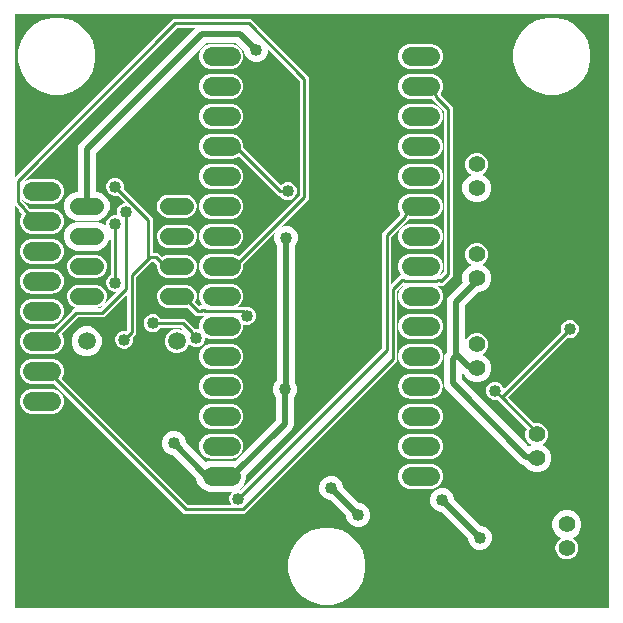
<source format=gbr>
G04 EAGLE Gerber RS-274X export*
G75*
%MOMM*%
%FSLAX34Y34*%
%LPD*%
%INBottom Copper*%
%IPPOS*%
%AMOC8*
5,1,8,0,0,1.08239X$1,22.5*%
G01*
%ADD10C,1.625600*%
%ADD11C,1.422400*%
%ADD12C,1.422400*%
%ADD13C,1.509600*%
%ADD14C,1.016000*%
%ADD15C,0.508000*%
%ADD16C,0.254000*%

G36*
X505419Y2615D02*
X505419Y2615D01*
X505417Y2618D01*
X505419Y2620D01*
X505419Y505380D01*
X505385Y505419D01*
X505382Y505417D01*
X505380Y505419D01*
X2620Y505419D01*
X2581Y505385D01*
X2583Y505382D01*
X2581Y505380D01*
X2581Y367475D01*
X2590Y367464D01*
X2589Y367451D01*
X2603Y367450D01*
X2615Y367436D01*
X2629Y367448D01*
X2648Y367447D01*
X3513Y368312D01*
X136852Y501651D01*
X202238Y501651D01*
X251461Y452428D01*
X251461Y348942D01*
X249217Y346698D01*
X228004Y325484D01*
X228002Y325464D01*
X227994Y325446D01*
X228001Y325443D01*
X228000Y325433D01*
X228025Y325431D01*
X228046Y325420D01*
X230389Y326391D01*
X234431Y326391D01*
X238166Y324844D01*
X241024Y321986D01*
X242571Y318251D01*
X242571Y314209D01*
X241024Y310474D01*
X240042Y309493D01*
X240041Y309474D01*
X240031Y309465D01*
X240031Y193055D01*
X240037Y193047D01*
X240034Y193040D01*
X241301Y189981D01*
X241301Y185939D01*
X239754Y182204D01*
X238772Y181223D01*
X238771Y181204D01*
X238761Y181195D01*
X238761Y157234D01*
X237601Y154433D01*
X198640Y115473D01*
X198639Y115454D01*
X198629Y115445D01*
X198629Y111673D01*
X196618Y106818D01*
X192902Y103102D01*
X192526Y102946D01*
X192517Y102928D01*
X192502Y102915D01*
X192507Y102909D01*
X192503Y102900D01*
X192525Y102889D01*
X192541Y102871D01*
X193286Y102871D01*
X193768Y102671D01*
X193777Y102674D01*
X193782Y102668D01*
X193783Y102668D01*
X193797Y102681D01*
X193810Y102680D01*
X313678Y222547D01*
X313679Y222563D01*
X313689Y222572D01*
X313688Y222573D01*
X313689Y222575D01*
X313689Y320348D01*
X328918Y335577D01*
X328919Y335596D01*
X328929Y335605D01*
X328929Y336687D01*
X328917Y336701D01*
X328918Y336714D01*
X328775Y336857D01*
X327151Y340778D01*
X327151Y345022D01*
X328775Y348943D01*
X331777Y351945D01*
X335698Y353569D01*
X356198Y353569D01*
X360119Y351945D01*
X363121Y348943D01*
X364745Y345022D01*
X364745Y340778D01*
X363121Y336857D01*
X360119Y333855D01*
X356198Y332231D01*
X336367Y332231D01*
X336353Y332219D01*
X336339Y332220D01*
X321322Y317203D01*
X321321Y317184D01*
X321311Y317175D01*
X321311Y277265D01*
X321320Y277254D01*
X321319Y277241D01*
X321333Y277240D01*
X321345Y277226D01*
X321359Y277238D01*
X321378Y277237D01*
X326378Y282237D01*
X328622Y284481D01*
X330257Y284481D01*
X330267Y284490D01*
X330281Y284489D01*
X330282Y284503D01*
X330296Y284515D01*
X330283Y284529D01*
X330284Y284548D01*
X328775Y286057D01*
X327151Y289978D01*
X327151Y294222D01*
X328775Y298143D01*
X331777Y301145D01*
X335698Y302769D01*
X356198Y302769D01*
X360119Y301145D01*
X363121Y298143D01*
X364745Y294222D01*
X364745Y289978D01*
X363121Y286057D01*
X361612Y284548D01*
X361611Y284534D01*
X361600Y284525D01*
X361609Y284515D01*
X361608Y284496D01*
X361627Y284495D01*
X361639Y284481D01*
X362895Y284481D01*
X362909Y284493D01*
X362923Y284492D01*
X365748Y287317D01*
X365749Y287330D01*
X365754Y287335D01*
X365751Y287338D01*
X365759Y287345D01*
X365759Y423855D01*
X365747Y423869D01*
X365748Y423883D01*
X355811Y433820D01*
X355792Y433821D01*
X355783Y433831D01*
X335698Y433831D01*
X331777Y435455D01*
X328775Y438457D01*
X327151Y442378D01*
X327151Y446622D01*
X328775Y450543D01*
X331777Y453545D01*
X335698Y455169D01*
X356198Y455169D01*
X360119Y453545D01*
X363121Y450543D01*
X364745Y446622D01*
X364745Y442378D01*
X363160Y438553D01*
X363166Y438536D01*
X363165Y438535D01*
X363167Y438533D01*
X363170Y438525D01*
X363169Y438510D01*
X363221Y438458D01*
X363221Y437205D01*
X363233Y437191D01*
X363232Y437177D01*
X373381Y427028D01*
X373381Y284172D01*
X364798Y275589D01*
X361642Y275589D01*
X361343Y275888D01*
X361291Y275891D01*
X361291Y275888D01*
X361287Y275888D01*
X360988Y275589D01*
X360369Y275589D01*
X360359Y275580D01*
X360345Y275581D01*
X360344Y275567D01*
X360330Y275555D01*
X360343Y275541D01*
X360342Y275522D01*
X363121Y272743D01*
X364745Y268822D01*
X364745Y264578D01*
X363121Y260657D01*
X360119Y257655D01*
X356198Y256031D01*
X335698Y256031D01*
X331777Y257655D01*
X328775Y260657D01*
X327151Y264578D01*
X327151Y268822D01*
X328775Y272743D01*
X331554Y275522D01*
X331555Y275536D01*
X331566Y275545D01*
X331557Y275555D01*
X331558Y275574D01*
X331539Y275575D01*
X331527Y275589D01*
X331162Y275589D01*
X330863Y275888D01*
X330811Y275891D01*
X330811Y275888D01*
X330807Y275888D01*
X326402Y271483D01*
X326401Y271464D01*
X326391Y271455D01*
X326391Y211782D01*
X197158Y82549D01*
X145742Y82549D01*
X35746Y192545D01*
X35728Y192546D01*
X35724Y192551D01*
X35708Y192551D01*
X35703Y192553D01*
X35650Y192531D01*
X15150Y192531D01*
X11229Y194155D01*
X8227Y197157D01*
X6603Y201078D01*
X6603Y205322D01*
X8227Y209243D01*
X11229Y212245D01*
X15150Y213869D01*
X35650Y213869D01*
X39571Y212245D01*
X42573Y209243D01*
X44197Y205322D01*
X44197Y201078D01*
X42573Y197157D01*
X42270Y196854D01*
X42269Y196841D01*
X42261Y196834D01*
X42268Y196826D01*
X42267Y196803D01*
X42270Y196802D01*
X42270Y196799D01*
X148887Y90182D01*
X148906Y90181D01*
X148915Y90171D01*
X185977Y90171D01*
X185988Y90180D01*
X186001Y90179D01*
X186002Y90193D01*
X186016Y90205D01*
X186004Y90219D01*
X186005Y90238D01*
X185309Y90933D01*
X184149Y93734D01*
X184149Y96766D01*
X185309Y99567D01*
X186767Y101024D01*
X186768Y101038D01*
X186778Y101047D01*
X186769Y101057D01*
X186770Y101076D01*
X186752Y101077D01*
X186739Y101091D01*
X166537Y101091D01*
X161682Y103102D01*
X157966Y106818D01*
X155955Y111673D01*
X155955Y112651D01*
X155943Y112665D01*
X155944Y112679D01*
X136555Y132068D01*
X136536Y132069D01*
X136527Y132079D01*
X135139Y132079D01*
X131404Y133626D01*
X128546Y136484D01*
X126999Y140219D01*
X126999Y144261D01*
X128546Y147996D01*
X131404Y150854D01*
X135139Y152401D01*
X139181Y152401D01*
X142916Y150854D01*
X145774Y147996D01*
X147321Y144261D01*
X147321Y142873D01*
X147333Y142859D01*
X147332Y142845D01*
X163783Y126394D01*
X163812Y126393D01*
X163826Y126386D01*
X166537Y127509D01*
X188047Y127509D01*
X188783Y127204D01*
X188810Y127214D01*
X188825Y127213D01*
X223508Y161895D01*
X223509Y161914D01*
X223519Y161923D01*
X223519Y181195D01*
X223507Y181209D01*
X223508Y181223D01*
X222526Y182204D01*
X220979Y185939D01*
X220979Y189981D01*
X222526Y193716D01*
X224778Y195967D01*
X224779Y195986D01*
X224789Y195995D01*
X224789Y309465D01*
X224777Y309479D01*
X224778Y309493D01*
X223796Y310474D01*
X222249Y314209D01*
X222249Y318251D01*
X223220Y320594D01*
X223213Y320613D01*
X223214Y320633D01*
X223206Y320633D01*
X223203Y320643D01*
X223180Y320635D01*
X223156Y320636D01*
X196100Y293581D01*
X196099Y293562D01*
X196089Y293553D01*
X196089Y289978D01*
X194465Y286057D01*
X191463Y283055D01*
X187542Y281431D01*
X167042Y281431D01*
X163121Y283055D01*
X160119Y286057D01*
X158495Y289978D01*
X158495Y294222D01*
X160119Y298143D01*
X163121Y301145D01*
X167042Y302769D01*
X187542Y302769D01*
X191463Y301145D01*
X192147Y300461D01*
X192198Y300458D01*
X192199Y300461D01*
X192202Y300461D01*
X243828Y352087D01*
X243829Y352106D01*
X243839Y352115D01*
X243839Y449255D01*
X243827Y449269D01*
X243828Y449283D01*
X217238Y475873D01*
X217224Y475874D01*
X217215Y475884D01*
X217205Y475875D01*
X217186Y475876D01*
X217185Y475858D01*
X217171Y475845D01*
X217171Y472959D01*
X215624Y469224D01*
X212766Y466366D01*
X209031Y464819D01*
X204989Y464819D01*
X201254Y466366D01*
X198396Y469224D01*
X196849Y472959D01*
X196849Y474347D01*
X196837Y474361D01*
X196838Y474375D01*
X189895Y481318D01*
X189876Y481319D01*
X189867Y481329D01*
X164463Y481329D01*
X164449Y481317D01*
X164435Y481318D01*
X71132Y388015D01*
X71131Y387996D01*
X71121Y387987D01*
X71121Y355132D01*
X71155Y355093D01*
X71158Y355095D01*
X71160Y355093D01*
X73037Y355093D01*
X77519Y353236D01*
X80948Y349807D01*
X82805Y345325D01*
X82805Y340475D01*
X80948Y335993D01*
X77519Y332564D01*
X73037Y330707D01*
X53963Y330707D01*
X49481Y332564D01*
X46052Y335993D01*
X44195Y340475D01*
X44195Y345325D01*
X46052Y349807D01*
X49481Y353236D01*
X53963Y355093D01*
X55840Y355093D01*
X55879Y355127D01*
X55877Y355130D01*
X55879Y355132D01*
X55879Y392676D01*
X57039Y395477D01*
X154824Y493261D01*
X155525Y493962D01*
X155526Y493976D01*
X155536Y493985D01*
X155527Y493995D01*
X155528Y494014D01*
X155510Y494015D01*
X155497Y494029D01*
X140025Y494029D01*
X140011Y494017D01*
X139997Y494018D01*
X8902Y362923D01*
X8901Y362909D01*
X8892Y362901D01*
X8894Y362898D01*
X8891Y362895D01*
X8891Y362401D01*
X8900Y362391D01*
X8899Y362377D01*
X8913Y362376D01*
X8925Y362362D01*
X8939Y362375D01*
X8958Y362374D01*
X11229Y364645D01*
X15150Y366269D01*
X35650Y366269D01*
X39571Y364645D01*
X42573Y361643D01*
X44197Y357722D01*
X44197Y353478D01*
X42573Y349557D01*
X39571Y346555D01*
X35650Y344931D01*
X15150Y344931D01*
X11229Y346555D01*
X8958Y348826D01*
X8944Y348827D01*
X8935Y348838D01*
X8925Y348829D01*
X8906Y348830D01*
X8905Y348811D01*
X8891Y348799D01*
X8891Y348305D01*
X8903Y348291D01*
X8902Y348277D01*
X13971Y343208D01*
X13971Y341955D01*
X13983Y341941D01*
X13982Y341927D01*
X15054Y340855D01*
X15083Y340853D01*
X15097Y340847D01*
X15150Y340869D01*
X35650Y340869D01*
X39571Y339245D01*
X42573Y336243D01*
X44197Y332322D01*
X44197Y328078D01*
X42573Y324157D01*
X39571Y321155D01*
X35650Y319531D01*
X15150Y319531D01*
X11229Y321155D01*
X8227Y324157D01*
X6603Y328078D01*
X6603Y332322D01*
X8227Y336243D01*
X8530Y336546D01*
X8533Y336597D01*
X8530Y336598D01*
X8530Y336601D01*
X6349Y338782D01*
X6349Y340035D01*
X6337Y340049D01*
X6338Y340063D01*
X2648Y343753D01*
X2634Y343754D01*
X2625Y343764D01*
X2615Y343755D01*
X2596Y343756D01*
X2595Y343738D01*
X2581Y343725D01*
X2581Y2620D01*
X2615Y2581D01*
X2618Y2583D01*
X2620Y2581D01*
X505380Y2581D01*
X505419Y2615D01*
G37*
%LPC*%
G36*
X442075Y117507D02*
X442075Y117507D01*
X437593Y119364D01*
X434164Y122793D01*
X434095Y122959D01*
X434078Y122967D01*
X434074Y122980D01*
X433833Y123079D01*
X433467Y123446D01*
X433457Y123447D01*
X433454Y123454D01*
X431293Y124349D01*
X366919Y188723D01*
X365759Y191524D01*
X365759Y214876D01*
X366919Y217677D01*
X368288Y219045D01*
X368289Y219064D01*
X368299Y219073D01*
X368299Y263136D01*
X369459Y265937D01*
X381984Y278461D01*
X381986Y278490D01*
X381992Y278504D01*
X381507Y279675D01*
X381507Y284525D01*
X383364Y289007D01*
X386793Y292436D01*
X389212Y293438D01*
X389218Y293451D01*
X389231Y293455D01*
X389227Y293468D01*
X389235Y293485D01*
X389218Y293493D01*
X389212Y293511D01*
X388232Y293917D01*
X385517Y296632D01*
X384047Y300180D01*
X384047Y304020D01*
X385517Y307568D01*
X388232Y310283D01*
X391780Y311753D01*
X395620Y311753D01*
X399168Y310283D01*
X401883Y307568D01*
X403353Y304020D01*
X403353Y300180D01*
X401883Y296632D01*
X399168Y293917D01*
X398188Y293511D01*
X398182Y293499D01*
X398169Y293494D01*
X398173Y293481D01*
X398165Y293464D01*
X398182Y293456D01*
X398188Y293438D01*
X400607Y292436D01*
X404036Y289007D01*
X405893Y284525D01*
X405893Y279675D01*
X404036Y275193D01*
X400607Y271764D01*
X396125Y269907D01*
X395001Y269907D01*
X394987Y269895D01*
X394973Y269896D01*
X383552Y258475D01*
X383551Y258462D01*
X383545Y258456D01*
X383548Y258453D01*
X383541Y258447D01*
X383541Y221613D01*
X383553Y221599D01*
X383552Y221585D01*
X388265Y216872D01*
X388294Y216870D01*
X388308Y216864D01*
X389212Y217238D01*
X389218Y217251D01*
X389231Y217255D01*
X389227Y217268D01*
X389235Y217285D01*
X389218Y217293D01*
X389212Y217311D01*
X388232Y217717D01*
X385517Y220432D01*
X384047Y223980D01*
X384047Y227820D01*
X385517Y231368D01*
X388232Y234083D01*
X391780Y235553D01*
X395620Y235553D01*
X399168Y234083D01*
X401883Y231368D01*
X403353Y227820D01*
X403353Y223980D01*
X401883Y220432D01*
X399168Y217717D01*
X398188Y217311D01*
X398182Y217299D01*
X398169Y217294D01*
X398173Y217281D01*
X398165Y217264D01*
X398182Y217256D01*
X398188Y217238D01*
X400607Y216236D01*
X404036Y212807D01*
X405893Y208325D01*
X405893Y203475D01*
X404036Y198993D01*
X400607Y195564D01*
X396125Y193707D01*
X391275Y193707D01*
X386793Y195564D01*
X383364Y198993D01*
X382500Y201079D01*
X382491Y201083D01*
X382491Y201091D01*
X381068Y202515D01*
X381054Y202516D01*
X381045Y202526D01*
X381035Y202517D01*
X381016Y202518D01*
X381015Y202500D01*
X381001Y202487D01*
X381001Y196213D01*
X381013Y196199D01*
X381012Y196185D01*
X437349Y139848D01*
X437368Y139847D01*
X437376Y139838D01*
X437379Y139838D01*
X437387Y139846D01*
X437401Y139845D01*
X437401Y139848D01*
X437405Y139848D01*
X437593Y140036D01*
X440012Y141038D01*
X440018Y141051D01*
X440031Y141055D01*
X440027Y141068D01*
X440035Y141085D01*
X440018Y141093D01*
X440012Y141111D01*
X439032Y141517D01*
X436317Y144232D01*
X434847Y147780D01*
X434847Y151620D01*
X435942Y154264D01*
X435939Y154274D01*
X435942Y154277D01*
X435935Y154285D01*
X435933Y154292D01*
X435934Y154307D01*
X413088Y177153D01*
X410980Y179260D01*
X410951Y179262D01*
X410938Y179269D01*
X410456Y179069D01*
X407424Y179069D01*
X404623Y180229D01*
X402479Y182373D01*
X401319Y185174D01*
X401319Y188206D01*
X402479Y191007D01*
X404623Y193151D01*
X407424Y194311D01*
X410456Y194311D01*
X413257Y193151D01*
X415401Y191007D01*
X416519Y188305D01*
X416525Y188303D01*
X416525Y188296D01*
X416540Y188295D01*
X416566Y188283D01*
X416571Y188293D01*
X416583Y188293D01*
X465010Y236720D01*
X465011Y236733D01*
X465020Y236741D01*
X465013Y236750D01*
X465019Y236762D01*
X464819Y237244D01*
X464819Y240276D01*
X465979Y243077D01*
X468123Y245221D01*
X470924Y246381D01*
X473956Y246381D01*
X476757Y245221D01*
X478901Y243077D01*
X480061Y240276D01*
X480061Y237244D01*
X478901Y234443D01*
X476757Y232299D01*
X473956Y231139D01*
X470924Y231139D01*
X470442Y231339D01*
X470416Y231330D01*
X470415Y231330D01*
X470415Y231329D01*
X470400Y231330D01*
X420072Y181003D01*
X420071Y180983D01*
X420064Y180977D01*
X420070Y180970D01*
X420069Y180951D01*
X420072Y180951D01*
X420072Y180947D01*
X441915Y159104D01*
X441945Y159102D01*
X441958Y159095D01*
X442580Y159353D01*
X446420Y159353D01*
X449968Y157883D01*
X452683Y155168D01*
X454153Y151620D01*
X454153Y147780D01*
X452683Y144232D01*
X449968Y141517D01*
X448988Y141111D01*
X448982Y141099D01*
X448969Y141094D01*
X448973Y141081D01*
X448965Y141064D01*
X448982Y141056D01*
X448988Y141038D01*
X451407Y140036D01*
X454836Y136607D01*
X456693Y132125D01*
X456693Y127275D01*
X454836Y122793D01*
X451407Y119364D01*
X446925Y117507D01*
X442075Y117507D01*
G37*
%LPD*%
%LPC*%
G36*
X15150Y217931D02*
X15150Y217931D01*
X11229Y219555D01*
X8227Y222557D01*
X6603Y226478D01*
X6603Y230722D01*
X8227Y234643D01*
X11229Y237645D01*
X15150Y239269D01*
X35650Y239269D01*
X35703Y239247D01*
X35731Y239256D01*
X35746Y239255D01*
X50788Y254297D01*
X53032Y256541D01*
X74605Y256541D01*
X74619Y256553D01*
X74633Y256552D01*
X88523Y270442D01*
X88524Y270455D01*
X88526Y270457D01*
X88526Y270458D01*
X88534Y270465D01*
X88525Y270475D01*
X88526Y270494D01*
X88508Y270495D01*
X88495Y270509D01*
X86114Y270509D01*
X83313Y271669D01*
X81169Y273813D01*
X80009Y276614D01*
X80009Y279646D01*
X81169Y282447D01*
X83313Y284591D01*
X83795Y284790D01*
X83805Y284810D01*
X83819Y284823D01*
X83817Y284825D01*
X83819Y284826D01*
X83819Y320964D01*
X83800Y320985D01*
X83795Y321000D01*
X83313Y321199D01*
X81684Y322829D01*
X81664Y322830D01*
X81646Y322839D01*
X81642Y322832D01*
X81632Y322832D01*
X81630Y322808D01*
X81620Y322786D01*
X82805Y319925D01*
X82805Y315075D01*
X80948Y310593D01*
X77519Y307164D01*
X73037Y305307D01*
X53963Y305307D01*
X49481Y307164D01*
X46052Y310593D01*
X44195Y315075D01*
X44195Y319925D01*
X46052Y324407D01*
X49481Y327836D01*
X53963Y329693D01*
X73037Y329693D01*
X77519Y327836D01*
X80434Y324921D01*
X80454Y324920D01*
X80472Y324911D01*
X80476Y324918D01*
X80486Y324918D01*
X80488Y324942D01*
X80498Y324964D01*
X80009Y326144D01*
X80009Y329176D01*
X81169Y331977D01*
X83313Y334121D01*
X86114Y335281D01*
X89146Y335281D01*
X89272Y335228D01*
X89285Y335233D01*
X89298Y335227D01*
X89304Y335239D01*
X89321Y335245D01*
X89315Y335263D01*
X89324Y335280D01*
X88899Y336304D01*
X88899Y339336D01*
X90059Y342137D01*
X92203Y344281D01*
X95004Y345441D01*
X96115Y345441D01*
X96126Y345450D01*
X96139Y345449D01*
X96140Y345463D01*
X96154Y345475D01*
X96142Y345489D01*
X96143Y345508D01*
X89670Y351980D01*
X89653Y351981D01*
X89650Y351984D01*
X89637Y351984D01*
X89628Y351989D01*
X89146Y351789D01*
X86114Y351789D01*
X83313Y352949D01*
X81169Y355093D01*
X80009Y357894D01*
X80009Y360926D01*
X81169Y363727D01*
X83313Y365871D01*
X86114Y367031D01*
X89146Y367031D01*
X91947Y365871D01*
X94091Y363727D01*
X95251Y360926D01*
X95251Y357894D01*
X95051Y357412D01*
X95053Y357408D01*
X95050Y357406D01*
X95056Y357399D01*
X95061Y357385D01*
X95060Y357370D01*
X117137Y335292D01*
X119381Y333048D01*
X119381Y303570D01*
X119415Y303531D01*
X119418Y303533D01*
X119420Y303531D01*
X123498Y303531D01*
X125742Y301287D01*
X126905Y300124D01*
X126957Y300121D01*
X126957Y300124D01*
X126961Y300124D01*
X127120Y300283D01*
X130668Y301753D01*
X148732Y301753D01*
X152280Y300283D01*
X154995Y297568D01*
X156465Y294020D01*
X156465Y290180D01*
X154995Y286632D01*
X152280Y283917D01*
X148732Y282447D01*
X130668Y282447D01*
X127120Y283917D01*
X124405Y286632D01*
X122935Y290180D01*
X122935Y293299D01*
X122923Y293313D01*
X122924Y293327D01*
X120353Y295898D01*
X120334Y295899D01*
X120325Y295909D01*
X118435Y295909D01*
X118421Y295897D01*
X118407Y295898D01*
X117772Y295263D01*
X105422Y282913D01*
X105421Y282894D01*
X105411Y282885D01*
X105411Y234642D01*
X102680Y231910D01*
X102678Y231892D01*
X102670Y231884D01*
X102676Y231877D01*
X102671Y231868D01*
X102871Y231386D01*
X102871Y228354D01*
X101711Y225553D01*
X99567Y223409D01*
X96766Y222249D01*
X93734Y222249D01*
X90933Y223409D01*
X88789Y225553D01*
X87629Y228354D01*
X87629Y231386D01*
X88789Y234187D01*
X90933Y236331D01*
X93734Y237491D01*
X96766Y237491D01*
X97248Y237291D01*
X97261Y237296D01*
X97270Y237296D01*
X97276Y237301D01*
X97290Y237300D01*
X97778Y237787D01*
X97779Y237800D01*
X97780Y237801D01*
X97779Y237803D01*
X97779Y237806D01*
X97789Y237815D01*
X97789Y268835D01*
X97780Y268846D01*
X97781Y268859D01*
X97767Y268860D01*
X97755Y268874D01*
X97741Y268862D01*
X97722Y268863D01*
X77778Y248919D01*
X56205Y248919D01*
X56191Y248907D01*
X56177Y248908D01*
X42270Y235001D01*
X42269Y234988D01*
X42266Y234985D01*
X42269Y234981D01*
X42267Y234949D01*
X42270Y234949D01*
X42270Y234946D01*
X42573Y234643D01*
X44197Y230722D01*
X44197Y226478D01*
X42573Y222557D01*
X39571Y219555D01*
X35650Y217931D01*
X15150Y217931D01*
G37*
%LPD*%
%LPC*%
G36*
X33816Y437359D02*
X33816Y437359D01*
X25540Y439577D01*
X18119Y443861D01*
X12061Y449919D01*
X7777Y457340D01*
X5559Y465616D01*
X5559Y474184D01*
X7777Y482460D01*
X12061Y489881D01*
X18119Y495939D01*
X25540Y500223D01*
X33816Y502441D01*
X42384Y502441D01*
X50660Y500223D01*
X58081Y495939D01*
X64139Y489881D01*
X68423Y482460D01*
X70641Y474184D01*
X70641Y465616D01*
X68423Y457340D01*
X64139Y449919D01*
X58081Y443861D01*
X50660Y439577D01*
X42384Y437359D01*
X33816Y437359D01*
G37*
%LPD*%
%LPC*%
G36*
X452916Y437359D02*
X452916Y437359D01*
X444640Y439577D01*
X437219Y443861D01*
X431161Y449919D01*
X426877Y457340D01*
X424659Y465616D01*
X424659Y474184D01*
X426877Y482460D01*
X431161Y489881D01*
X437219Y495939D01*
X444640Y500223D01*
X452916Y502441D01*
X461484Y502441D01*
X469760Y500223D01*
X477181Y495939D01*
X483239Y489881D01*
X487523Y482460D01*
X489741Y474184D01*
X489741Y465616D01*
X487523Y457340D01*
X483239Y449919D01*
X477181Y443861D01*
X469760Y439577D01*
X461484Y437359D01*
X452916Y437359D01*
G37*
%LPD*%
%LPC*%
G36*
X262416Y5559D02*
X262416Y5559D01*
X254140Y7777D01*
X246719Y12061D01*
X240661Y18119D01*
X236377Y25540D01*
X234159Y33816D01*
X234159Y42384D01*
X236377Y50660D01*
X240661Y58081D01*
X246719Y64139D01*
X254140Y68423D01*
X262416Y70641D01*
X270984Y70641D01*
X279260Y68423D01*
X286681Y64139D01*
X292739Y58081D01*
X297023Y50660D01*
X299241Y42384D01*
X299241Y33816D01*
X297023Y25540D01*
X292739Y18119D01*
X286681Y12061D01*
X279260Y7777D01*
X270984Y5559D01*
X262416Y5559D01*
G37*
%LPD*%
%LPC*%
G36*
X137693Y218511D02*
X137693Y218511D01*
X133985Y220047D01*
X131147Y222885D01*
X129611Y226593D01*
X129611Y230607D01*
X131147Y234315D01*
X133985Y237153D01*
X137693Y238689D01*
X141707Y238689D01*
X145415Y237153D01*
X148253Y234315D01*
X148514Y233685D01*
X148532Y233676D01*
X148545Y233661D01*
X148551Y233666D01*
X148560Y233662D01*
X148571Y233684D01*
X148589Y233700D01*
X148589Y234625D01*
X148577Y234639D01*
X148578Y234653D01*
X143213Y240018D01*
X143194Y240019D01*
X143185Y240029D01*
X126076Y240029D01*
X126055Y240010D01*
X126040Y240005D01*
X125841Y239523D01*
X123697Y237379D01*
X120896Y236219D01*
X117864Y236219D01*
X115063Y237379D01*
X112919Y239523D01*
X111759Y242324D01*
X111759Y245356D01*
X112919Y248157D01*
X115063Y250301D01*
X117864Y251461D01*
X120896Y251461D01*
X123697Y250301D01*
X125841Y248157D01*
X126040Y247675D01*
X126066Y247662D01*
X126076Y247651D01*
X146358Y247651D01*
X155237Y238772D01*
X155256Y238771D01*
X155265Y238761D01*
X157726Y238761D01*
X158776Y238326D01*
X158789Y238330D01*
X158801Y238324D01*
X158807Y238337D01*
X158825Y238343D01*
X158819Y238360D01*
X158827Y238377D01*
X158495Y239178D01*
X158495Y243422D01*
X160119Y247343D01*
X162898Y250122D01*
X162899Y250136D01*
X162910Y250145D01*
X162901Y250155D01*
X162902Y250174D01*
X162883Y250175D01*
X162871Y250189D01*
X162252Y250189D01*
X161953Y250488D01*
X161901Y250491D01*
X161901Y250488D01*
X161897Y250488D01*
X161598Y250189D01*
X155902Y250189D01*
X148971Y257120D01*
X148942Y257122D01*
X148928Y257128D01*
X148732Y257047D01*
X130668Y257047D01*
X127120Y258517D01*
X124405Y261232D01*
X122935Y264780D01*
X122935Y268620D01*
X124405Y272168D01*
X127120Y274883D01*
X130668Y276353D01*
X148732Y276353D01*
X152280Y274883D01*
X154995Y272168D01*
X156465Y268620D01*
X156465Y264780D01*
X155193Y261710D01*
X155203Y261683D01*
X155202Y261667D01*
X158722Y258147D01*
X158741Y258146D01*
X158748Y258137D01*
X158752Y258137D01*
X158760Y258145D01*
X158774Y258144D01*
X158774Y258147D01*
X158778Y258147D01*
X159712Y259081D01*
X161601Y259081D01*
X161611Y259090D01*
X161625Y259089D01*
X161626Y259103D01*
X161640Y259115D01*
X161627Y259129D01*
X161628Y259148D01*
X160119Y260657D01*
X158495Y264578D01*
X158495Y268822D01*
X160119Y272743D01*
X163121Y275745D01*
X167042Y277369D01*
X187542Y277369D01*
X191463Y275745D01*
X194465Y272743D01*
X196089Y268822D01*
X196089Y264578D01*
X194465Y260657D01*
X191686Y257878D01*
X191685Y257864D01*
X191674Y257855D01*
X191683Y257845D01*
X191682Y257826D01*
X191701Y257825D01*
X191713Y257811D01*
X197158Y257811D01*
X197350Y257620D01*
X197379Y257618D01*
X197392Y257611D01*
X197874Y257811D01*
X200906Y257811D01*
X203707Y256651D01*
X205851Y254507D01*
X207011Y251706D01*
X207011Y248674D01*
X205851Y245873D01*
X203707Y243729D01*
X200906Y242569D01*
X197874Y242569D01*
X196143Y243286D01*
X196137Y243284D01*
X196133Y243289D01*
X196121Y243279D01*
X196094Y243270D01*
X196098Y243258D01*
X196089Y243250D01*
X196089Y239178D01*
X194465Y235257D01*
X191463Y232255D01*
X187542Y230631D01*
X167042Y230631D01*
X163885Y231939D01*
X163879Y231937D01*
X163875Y231942D01*
X163863Y231932D01*
X163836Y231922D01*
X163840Y231911D01*
X163831Y231903D01*
X163831Y229624D01*
X162671Y226823D01*
X160527Y224679D01*
X157726Y223519D01*
X154694Y223519D01*
X151893Y224679D01*
X149856Y226717D01*
X149842Y226718D01*
X149833Y226728D01*
X149823Y226719D01*
X149804Y226720D01*
X149803Y226702D01*
X149789Y226689D01*
X149789Y226593D01*
X148253Y222885D01*
X145415Y220047D01*
X141707Y218511D01*
X137693Y218511D01*
G37*
%LPD*%
%LPC*%
G36*
X232164Y347979D02*
X232164Y347979D01*
X229363Y349139D01*
X227219Y351283D01*
X227020Y351765D01*
X226994Y351778D01*
X226984Y351789D01*
X225752Y351789D01*
X223508Y354033D01*
X192202Y385339D01*
X192184Y385340D01*
X192178Y385347D01*
X192171Y385347D01*
X192164Y385341D01*
X192150Y385342D01*
X192150Y385339D01*
X192147Y385339D01*
X191463Y384655D01*
X187542Y383031D01*
X167042Y383031D01*
X163121Y384655D01*
X160119Y387657D01*
X158495Y391578D01*
X158495Y395822D01*
X160119Y399743D01*
X163121Y402745D01*
X167042Y404369D01*
X187542Y404369D01*
X191463Y402745D01*
X194465Y399743D01*
X196089Y395822D01*
X196089Y392247D01*
X196101Y392233D01*
X196100Y392219D01*
X227783Y360536D01*
X227835Y360533D01*
X227835Y360536D01*
X227839Y360536D01*
X229363Y362061D01*
X232164Y363221D01*
X235196Y363221D01*
X237997Y362061D01*
X240141Y359917D01*
X241301Y357116D01*
X241301Y354084D01*
X240141Y351283D01*
X237997Y349139D01*
X235196Y347979D01*
X232164Y347979D01*
G37*
%LPD*%
%LPC*%
G36*
X394219Y52069D02*
X394219Y52069D01*
X390484Y53616D01*
X387626Y56474D01*
X386079Y60209D01*
X386079Y61597D01*
X386067Y61611D01*
X386068Y61625D01*
X363885Y83808D01*
X363866Y83809D01*
X363857Y83819D01*
X362469Y83819D01*
X358734Y85366D01*
X355876Y88224D01*
X354329Y91959D01*
X354329Y96001D01*
X355876Y99736D01*
X358734Y102594D01*
X362469Y104141D01*
X366511Y104141D01*
X370246Y102594D01*
X373104Y99736D01*
X374651Y96001D01*
X374651Y94613D01*
X374663Y94599D01*
X374662Y94585D01*
X396845Y72402D01*
X396864Y72401D01*
X396873Y72391D01*
X398261Y72391D01*
X401996Y70844D01*
X404854Y67986D01*
X406401Y64251D01*
X406401Y60209D01*
X404854Y56474D01*
X401996Y53616D01*
X398261Y52069D01*
X394219Y52069D01*
G37*
%LPD*%
%LPC*%
G36*
X291349Y71119D02*
X291349Y71119D01*
X287614Y72666D01*
X284756Y75524D01*
X283209Y79259D01*
X283209Y80647D01*
X283197Y80661D01*
X283198Y80675D01*
X269905Y93968D01*
X269886Y93969D01*
X269877Y93979D01*
X268489Y93979D01*
X264754Y95526D01*
X261896Y98384D01*
X260349Y102119D01*
X260349Y106161D01*
X261896Y109896D01*
X264754Y112754D01*
X268489Y114301D01*
X272531Y114301D01*
X276266Y112754D01*
X279124Y109896D01*
X280671Y106161D01*
X280671Y104773D01*
X280683Y104759D01*
X280682Y104745D01*
X293975Y91452D01*
X293993Y91451D01*
X294001Y91443D01*
X294003Y91441D01*
X295391Y91441D01*
X299126Y89894D01*
X301984Y87036D01*
X303531Y83301D01*
X303531Y79259D01*
X301984Y75524D01*
X299126Y72666D01*
X295391Y71119D01*
X291349Y71119D01*
G37*
%LPD*%
%LPC*%
G36*
X391275Y346107D02*
X391275Y346107D01*
X386793Y347964D01*
X383364Y351393D01*
X381507Y355875D01*
X381507Y360725D01*
X383364Y365207D01*
X386793Y368636D01*
X389212Y369638D01*
X389218Y369651D01*
X389231Y369655D01*
X389227Y369668D01*
X389235Y369685D01*
X389218Y369693D01*
X389212Y369711D01*
X388232Y370117D01*
X385517Y372832D01*
X384047Y376380D01*
X384047Y380220D01*
X385517Y383768D01*
X388232Y386483D01*
X391780Y387953D01*
X395620Y387953D01*
X399168Y386483D01*
X401883Y383768D01*
X403353Y380220D01*
X403353Y376380D01*
X401883Y372832D01*
X399168Y370117D01*
X398188Y369711D01*
X398182Y369699D01*
X398169Y369694D01*
X398173Y369681D01*
X398165Y369664D01*
X398182Y369656D01*
X398188Y369638D01*
X400607Y368636D01*
X404036Y365207D01*
X405893Y360725D01*
X405893Y355875D01*
X404036Y351393D01*
X400607Y347964D01*
X396125Y346107D01*
X391275Y346107D01*
G37*
%LPD*%
%LPC*%
G36*
X335698Y230631D02*
X335698Y230631D01*
X331777Y232255D01*
X328775Y235257D01*
X327151Y239178D01*
X327151Y243422D01*
X328775Y247343D01*
X331777Y250345D01*
X335698Y251969D01*
X356198Y251969D01*
X360119Y250345D01*
X363121Y247343D01*
X364745Y243422D01*
X364745Y239178D01*
X363121Y235257D01*
X360119Y232255D01*
X356198Y230631D01*
X335698Y230631D01*
G37*
%LPD*%
%LPC*%
G36*
X15150Y243331D02*
X15150Y243331D01*
X11229Y244955D01*
X8227Y247957D01*
X6603Y251878D01*
X6603Y256122D01*
X8227Y260043D01*
X11229Y263045D01*
X15150Y264669D01*
X35650Y264669D01*
X39571Y263045D01*
X42573Y260043D01*
X44197Y256122D01*
X44197Y251878D01*
X42573Y247957D01*
X39571Y244955D01*
X35650Y243331D01*
X15150Y243331D01*
G37*
%LPD*%
%LPC*%
G36*
X167042Y154431D02*
X167042Y154431D01*
X163121Y156055D01*
X160119Y159057D01*
X158495Y162978D01*
X158495Y167222D01*
X160119Y171143D01*
X163121Y174145D01*
X167042Y175769D01*
X187542Y175769D01*
X191463Y174145D01*
X194465Y171143D01*
X196089Y167222D01*
X196089Y162978D01*
X194465Y159057D01*
X191463Y156055D01*
X187542Y154431D01*
X167042Y154431D01*
G37*
%LPD*%
%LPC*%
G36*
X167042Y205231D02*
X167042Y205231D01*
X163121Y206855D01*
X160119Y209857D01*
X158495Y213778D01*
X158495Y218022D01*
X160119Y221943D01*
X163121Y224945D01*
X167042Y226569D01*
X187542Y226569D01*
X191463Y224945D01*
X194465Y221943D01*
X196089Y218022D01*
X196089Y213778D01*
X194465Y209857D01*
X191463Y206855D01*
X187542Y205231D01*
X167042Y205231D01*
G37*
%LPD*%
%LPC*%
G36*
X335698Y205231D02*
X335698Y205231D01*
X331777Y206855D01*
X328775Y209857D01*
X327151Y213778D01*
X327151Y218022D01*
X328775Y221943D01*
X331777Y224945D01*
X335698Y226569D01*
X356198Y226569D01*
X360119Y224945D01*
X363121Y221943D01*
X364745Y218022D01*
X364745Y213778D01*
X363121Y209857D01*
X360119Y206855D01*
X356198Y205231D01*
X335698Y205231D01*
G37*
%LPD*%
%LPC*%
G36*
X167042Y179831D02*
X167042Y179831D01*
X163121Y181455D01*
X160119Y184457D01*
X158495Y188378D01*
X158495Y192622D01*
X160119Y196543D01*
X163121Y199545D01*
X167042Y201169D01*
X187542Y201169D01*
X191463Y199545D01*
X194465Y196543D01*
X196089Y192622D01*
X196089Y188378D01*
X194465Y184457D01*
X191463Y181455D01*
X187542Y179831D01*
X167042Y179831D01*
G37*
%LPD*%
%LPC*%
G36*
X335698Y129031D02*
X335698Y129031D01*
X331777Y130655D01*
X328775Y133657D01*
X327151Y137578D01*
X327151Y141822D01*
X328775Y145743D01*
X331777Y148745D01*
X335698Y150369D01*
X356198Y150369D01*
X360119Y148745D01*
X363121Y145743D01*
X364745Y141822D01*
X364745Y137578D01*
X363121Y133657D01*
X360119Y130655D01*
X356198Y129031D01*
X335698Y129031D01*
G37*
%LPD*%
%LPC*%
G36*
X335698Y154431D02*
X335698Y154431D01*
X331777Y156055D01*
X328775Y159057D01*
X327151Y162978D01*
X327151Y167222D01*
X328775Y171143D01*
X331777Y174145D01*
X335698Y175769D01*
X356198Y175769D01*
X360119Y174145D01*
X363121Y171143D01*
X364745Y167222D01*
X364745Y162978D01*
X363121Y159057D01*
X360119Y156055D01*
X356198Y154431D01*
X335698Y154431D01*
G37*
%LPD*%
%LPC*%
G36*
X15150Y167131D02*
X15150Y167131D01*
X11229Y168755D01*
X8227Y171757D01*
X6603Y175678D01*
X6603Y179922D01*
X8227Y183843D01*
X11229Y186845D01*
X15150Y188469D01*
X35650Y188469D01*
X39571Y186845D01*
X42573Y183843D01*
X44197Y179922D01*
X44197Y175678D01*
X42573Y171757D01*
X39571Y168755D01*
X35650Y167131D01*
X15150Y167131D01*
G37*
%LPD*%
%LPC*%
G36*
X15150Y294131D02*
X15150Y294131D01*
X11229Y295755D01*
X8227Y298757D01*
X6603Y302678D01*
X6603Y306922D01*
X8227Y310843D01*
X11229Y313845D01*
X15150Y315469D01*
X35650Y315469D01*
X39571Y313845D01*
X42573Y310843D01*
X44197Y306922D01*
X44197Y302678D01*
X42573Y298757D01*
X39571Y295755D01*
X35650Y294131D01*
X15150Y294131D01*
G37*
%LPD*%
%LPC*%
G36*
X167042Y306831D02*
X167042Y306831D01*
X163121Y308455D01*
X160119Y311457D01*
X158495Y315378D01*
X158495Y319622D01*
X160119Y323543D01*
X163121Y326545D01*
X167042Y328169D01*
X187542Y328169D01*
X191463Y326545D01*
X194465Y323543D01*
X196089Y319622D01*
X196089Y315378D01*
X194465Y311457D01*
X191463Y308455D01*
X187542Y306831D01*
X167042Y306831D01*
G37*
%LPD*%
%LPC*%
G36*
X335698Y306831D02*
X335698Y306831D01*
X331777Y308455D01*
X328775Y311457D01*
X327151Y315378D01*
X327151Y319622D01*
X328775Y323543D01*
X331777Y326545D01*
X335698Y328169D01*
X356198Y328169D01*
X360119Y326545D01*
X363121Y323543D01*
X364745Y319622D01*
X364745Y315378D01*
X363121Y311457D01*
X360119Y308455D01*
X356198Y306831D01*
X335698Y306831D01*
G37*
%LPD*%
%LPC*%
G36*
X335698Y103631D02*
X335698Y103631D01*
X331777Y105255D01*
X328775Y108257D01*
X327151Y112178D01*
X327151Y116422D01*
X328775Y120343D01*
X331777Y123345D01*
X335698Y124969D01*
X356198Y124969D01*
X360119Y123345D01*
X363121Y120343D01*
X364745Y116422D01*
X364745Y112178D01*
X363121Y108257D01*
X360119Y105255D01*
X356198Y103631D01*
X335698Y103631D01*
G37*
%LPD*%
%LPC*%
G36*
X167042Y459231D02*
X167042Y459231D01*
X163121Y460855D01*
X160119Y463857D01*
X158495Y467778D01*
X158495Y472022D01*
X160119Y475943D01*
X163121Y478945D01*
X167042Y480569D01*
X187542Y480569D01*
X191463Y478945D01*
X194465Y475943D01*
X196089Y472022D01*
X196089Y467778D01*
X194465Y463857D01*
X191463Y460855D01*
X187542Y459231D01*
X167042Y459231D01*
G37*
%LPD*%
%LPC*%
G36*
X335678Y459231D02*
X335678Y459231D01*
X331757Y460855D01*
X328755Y463857D01*
X327131Y467778D01*
X327131Y472022D01*
X328755Y475943D01*
X331757Y478945D01*
X335678Y480569D01*
X356178Y480569D01*
X360099Y478945D01*
X363101Y475943D01*
X364725Y472022D01*
X364725Y467778D01*
X363101Y463857D01*
X360099Y460855D01*
X356178Y459231D01*
X335678Y459231D01*
G37*
%LPD*%
%LPC*%
G36*
X167042Y433831D02*
X167042Y433831D01*
X163121Y435455D01*
X160119Y438457D01*
X158495Y442378D01*
X158495Y446622D01*
X160119Y450543D01*
X163121Y453545D01*
X167042Y455169D01*
X187542Y455169D01*
X191463Y453545D01*
X194465Y450543D01*
X196089Y446622D01*
X196089Y442378D01*
X194465Y438457D01*
X191463Y435455D01*
X187542Y433831D01*
X167042Y433831D01*
G37*
%LPD*%
%LPC*%
G36*
X335698Y408431D02*
X335698Y408431D01*
X331777Y410055D01*
X328775Y413057D01*
X327151Y416978D01*
X327151Y421222D01*
X328775Y425143D01*
X331777Y428145D01*
X335698Y429769D01*
X356198Y429769D01*
X360119Y428145D01*
X363121Y425143D01*
X364745Y421222D01*
X364745Y416978D01*
X363121Y413057D01*
X360119Y410055D01*
X356198Y408431D01*
X335698Y408431D01*
G37*
%LPD*%
%LPC*%
G36*
X167042Y408431D02*
X167042Y408431D01*
X163121Y410055D01*
X160119Y413057D01*
X158495Y416978D01*
X158495Y421222D01*
X160119Y425143D01*
X163121Y428145D01*
X167042Y429769D01*
X187542Y429769D01*
X191463Y428145D01*
X194465Y425143D01*
X196089Y421222D01*
X196089Y416978D01*
X194465Y413057D01*
X191463Y410055D01*
X187542Y408431D01*
X167042Y408431D01*
G37*
%LPD*%
%LPC*%
G36*
X167042Y332231D02*
X167042Y332231D01*
X163121Y333855D01*
X160119Y336857D01*
X158495Y340778D01*
X158495Y345022D01*
X160119Y348943D01*
X163121Y351945D01*
X167042Y353569D01*
X187542Y353569D01*
X191463Y351945D01*
X194465Y348943D01*
X196089Y345022D01*
X196089Y340778D01*
X194465Y336857D01*
X191463Y333855D01*
X187542Y332231D01*
X167042Y332231D01*
G37*
%LPD*%
%LPC*%
G36*
X335698Y383031D02*
X335698Y383031D01*
X331777Y384655D01*
X328775Y387657D01*
X327151Y391578D01*
X327151Y395822D01*
X328775Y399743D01*
X331777Y402745D01*
X335698Y404369D01*
X356198Y404369D01*
X360119Y402745D01*
X363121Y399743D01*
X364745Y395822D01*
X364745Y391578D01*
X363121Y387657D01*
X360119Y384655D01*
X356198Y383031D01*
X335698Y383031D01*
G37*
%LPD*%
%LPC*%
G36*
X167042Y357631D02*
X167042Y357631D01*
X163121Y359255D01*
X160119Y362257D01*
X158495Y366178D01*
X158495Y370422D01*
X160119Y374343D01*
X163121Y377345D01*
X167042Y378969D01*
X187542Y378969D01*
X191463Y377345D01*
X194465Y374343D01*
X196089Y370422D01*
X196089Y366178D01*
X194465Y362257D01*
X191463Y359255D01*
X187542Y357631D01*
X167042Y357631D01*
G37*
%LPD*%
%LPC*%
G36*
X335698Y357631D02*
X335698Y357631D01*
X331777Y359255D01*
X328775Y362257D01*
X327151Y366178D01*
X327151Y370422D01*
X328775Y374343D01*
X331777Y377345D01*
X335698Y378969D01*
X356198Y378969D01*
X360119Y377345D01*
X363121Y374343D01*
X364745Y370422D01*
X364745Y366178D01*
X363121Y362257D01*
X360119Y359255D01*
X356198Y357631D01*
X335698Y357631D01*
G37*
%LPD*%
%LPC*%
G36*
X469899Y53499D02*
X469899Y53499D01*
X469899Y53540D01*
X469865Y53579D01*
X469862Y53577D01*
X469860Y53579D01*
X460247Y53579D01*
X460247Y54451D01*
X460618Y56316D01*
X461346Y58072D01*
X462402Y59653D01*
X463747Y60998D01*
X465328Y62054D01*
X465412Y62089D01*
X465418Y62101D01*
X465431Y62106D01*
X465428Y62116D01*
X465430Y62118D01*
X465428Y62121D01*
X465435Y62136D01*
X465418Y62144D01*
X465412Y62162D01*
X462993Y63164D01*
X459564Y66593D01*
X457707Y71075D01*
X457707Y75925D01*
X459564Y80407D01*
X462993Y83836D01*
X467475Y85693D01*
X472325Y85693D01*
X476807Y83836D01*
X480236Y80407D01*
X482093Y75925D01*
X482093Y71075D01*
X480236Y66593D01*
X476807Y63164D01*
X474388Y62162D01*
X474382Y62149D01*
X474369Y62145D01*
X474373Y62132D01*
X474373Y62130D01*
X474370Y62128D01*
X474371Y62127D01*
X474365Y62115D01*
X474382Y62107D01*
X474388Y62089D01*
X474472Y62054D01*
X476053Y60998D01*
X477398Y59653D01*
X478454Y58072D01*
X479182Y56316D01*
X479553Y54451D01*
X479553Y53579D01*
X469940Y53579D01*
X469901Y53545D01*
X469904Y53542D01*
X469901Y53540D01*
X469901Y53499D01*
X469899Y53499D01*
G37*
%LPD*%
%LPC*%
G36*
X130668Y307847D02*
X130668Y307847D01*
X127120Y309317D01*
X124405Y312032D01*
X122935Y315580D01*
X122935Y319420D01*
X124405Y322968D01*
X127120Y325683D01*
X130668Y327153D01*
X148732Y327153D01*
X152280Y325683D01*
X154995Y322968D01*
X156465Y319420D01*
X156465Y315580D01*
X154995Y312032D01*
X152280Y309317D01*
X148732Y307847D01*
X130668Y307847D01*
G37*
%LPD*%
%LPC*%
G36*
X54468Y257047D02*
X54468Y257047D01*
X50920Y258517D01*
X48205Y261232D01*
X46735Y264780D01*
X46735Y268620D01*
X48205Y272168D01*
X50920Y274883D01*
X54468Y276353D01*
X72532Y276353D01*
X76080Y274883D01*
X78795Y272168D01*
X80265Y268620D01*
X80265Y264780D01*
X78795Y261232D01*
X76080Y258517D01*
X72532Y257047D01*
X54468Y257047D01*
G37*
%LPD*%
%LPC*%
G36*
X54468Y282447D02*
X54468Y282447D01*
X50920Y283917D01*
X48205Y286632D01*
X46735Y290180D01*
X46735Y294020D01*
X48205Y297568D01*
X50920Y300283D01*
X54468Y301753D01*
X72532Y301753D01*
X76080Y300283D01*
X78795Y297568D01*
X80265Y294020D01*
X80265Y290180D01*
X78795Y286632D01*
X76080Y283917D01*
X72532Y282447D01*
X54468Y282447D01*
G37*
%LPD*%
%LPC*%
G36*
X60988Y215971D02*
X60988Y215971D01*
X56346Y217894D01*
X52794Y221446D01*
X50871Y226088D01*
X50871Y231112D01*
X52794Y235754D01*
X56346Y239306D01*
X60988Y241229D01*
X66012Y241229D01*
X70654Y239306D01*
X74206Y235754D01*
X76129Y231112D01*
X76129Y226088D01*
X74206Y221446D01*
X70654Y217894D01*
X66012Y215971D01*
X60988Y215971D01*
G37*
%LPD*%
%LPC*%
G36*
X337899Y190579D02*
X337899Y190579D01*
X337899Y201169D01*
X354916Y201169D01*
X356574Y200906D01*
X358171Y200387D01*
X359668Y199625D01*
X361026Y198638D01*
X362214Y197450D01*
X363201Y196092D01*
X363963Y194595D01*
X364482Y192998D01*
X364745Y191340D01*
X364745Y190579D01*
X337899Y190579D01*
G37*
%LPD*%
%LPC*%
G36*
X158495Y139779D02*
X158495Y139779D01*
X158495Y140540D01*
X158758Y142198D01*
X159277Y143795D01*
X160039Y145292D01*
X161026Y146650D01*
X162214Y147838D01*
X163572Y148825D01*
X165069Y149587D01*
X166666Y150106D01*
X168324Y150369D01*
X185341Y150369D01*
X185341Y139779D01*
X158495Y139779D01*
G37*
%LPD*%
%LPC*%
G36*
X337899Y179831D02*
X337899Y179831D01*
X337899Y190421D01*
X364745Y190421D01*
X364745Y189660D01*
X364482Y188002D01*
X363963Y186405D01*
X363201Y184908D01*
X362214Y183550D01*
X361026Y182362D01*
X359668Y181375D01*
X358171Y180613D01*
X356574Y180094D01*
X354916Y179831D01*
X337899Y179831D01*
G37*
%LPD*%
%LPC*%
G36*
X168324Y129031D02*
X168324Y129031D01*
X166666Y129294D01*
X165069Y129813D01*
X163572Y130575D01*
X162214Y131562D01*
X161026Y132750D01*
X160039Y134108D01*
X159277Y135605D01*
X158758Y137202D01*
X158495Y138860D01*
X158495Y139621D01*
X185341Y139621D01*
X185341Y129031D01*
X168324Y129031D01*
G37*
%LPD*%
%LPC*%
G36*
X25479Y279479D02*
X25479Y279479D01*
X25479Y290069D01*
X34368Y290069D01*
X36026Y289806D01*
X37623Y289287D01*
X39120Y288525D01*
X40478Y287538D01*
X41666Y286350D01*
X42653Y284992D01*
X43415Y283495D01*
X43934Y281898D01*
X44197Y280240D01*
X44197Y279479D01*
X25479Y279479D01*
G37*
%LPD*%
%LPC*%
G36*
X6603Y279479D02*
X6603Y279479D01*
X6603Y280240D01*
X6866Y281898D01*
X7385Y283495D01*
X8147Y284992D01*
X9134Y286350D01*
X10322Y287538D01*
X11680Y288525D01*
X13177Y289287D01*
X14774Y289806D01*
X16432Y290069D01*
X25321Y290069D01*
X25321Y279479D01*
X6603Y279479D01*
G37*
%LPD*%
%LPC*%
G36*
X25479Y268731D02*
X25479Y268731D01*
X25479Y279321D01*
X44197Y279321D01*
X44197Y278560D01*
X43934Y276902D01*
X43415Y275305D01*
X42653Y273808D01*
X41666Y272450D01*
X40478Y271262D01*
X39120Y270275D01*
X37623Y269513D01*
X36026Y268994D01*
X34368Y268731D01*
X25479Y268731D01*
G37*
%LPD*%
%LPC*%
G36*
X16432Y268731D02*
X16432Y268731D01*
X14774Y268994D01*
X13177Y269513D01*
X11680Y270275D01*
X10322Y271262D01*
X9134Y272450D01*
X8147Y273808D01*
X7385Y275305D01*
X6866Y276902D01*
X6603Y278560D01*
X6603Y279321D01*
X25321Y279321D01*
X25321Y268731D01*
X16432Y268731D01*
G37*
%LPD*%
%LPC*%
G36*
X139779Y342979D02*
X139779Y342979D01*
X139779Y352553D01*
X147763Y352553D01*
X149628Y352182D01*
X151384Y351454D01*
X152965Y350398D01*
X154310Y349053D01*
X155366Y347472D01*
X156094Y345716D01*
X156465Y343851D01*
X156465Y342979D01*
X139779Y342979D01*
G37*
%LPD*%
%LPC*%
G36*
X122935Y342979D02*
X122935Y342979D01*
X122935Y343851D01*
X123306Y345716D01*
X124034Y347472D01*
X125090Y349053D01*
X126435Y350398D01*
X128016Y351454D01*
X129772Y352182D01*
X131637Y352553D01*
X139621Y352553D01*
X139621Y342979D01*
X122935Y342979D01*
G37*
%LPD*%
%LPC*%
G36*
X139779Y333247D02*
X139779Y333247D01*
X139779Y342821D01*
X156465Y342821D01*
X156465Y341949D01*
X156094Y340084D01*
X155366Y338328D01*
X154310Y336747D01*
X152965Y335402D01*
X151384Y334346D01*
X149628Y333618D01*
X147763Y333247D01*
X139779Y333247D01*
G37*
%LPD*%
%LPC*%
G36*
X131637Y333247D02*
X131637Y333247D01*
X129772Y333618D01*
X128016Y334346D01*
X126435Y335402D01*
X125090Y336747D01*
X124034Y338328D01*
X123306Y340084D01*
X122935Y341949D01*
X122935Y342821D01*
X139621Y342821D01*
X139621Y333247D01*
X131637Y333247D01*
G37*
%LPD*%
%LPC*%
G36*
X185499Y139779D02*
X185499Y139779D01*
X185499Y150369D01*
X186260Y150369D01*
X187918Y150106D01*
X189515Y149587D01*
X191012Y148825D01*
X192370Y147838D01*
X193558Y146650D01*
X194545Y145292D01*
X195307Y143795D01*
X195826Y142198D01*
X196089Y140540D01*
X196089Y139779D01*
X185499Y139779D01*
G37*
%LPD*%
%LPC*%
G36*
X327151Y190579D02*
X327151Y190579D01*
X327151Y191340D01*
X327414Y192998D01*
X327933Y194595D01*
X328695Y196092D01*
X329682Y197450D01*
X330870Y198638D01*
X332228Y199625D01*
X333725Y200387D01*
X335322Y200906D01*
X336980Y201169D01*
X337741Y201169D01*
X337741Y190579D01*
X327151Y190579D01*
G37*
%LPD*%
%LPC*%
G36*
X185499Y129031D02*
X185499Y129031D01*
X185499Y139621D01*
X196089Y139621D01*
X196089Y138860D01*
X195826Y137202D01*
X195307Y135605D01*
X194545Y134108D01*
X193558Y132750D01*
X192370Y131562D01*
X191012Y130575D01*
X189515Y129813D01*
X187918Y129294D01*
X186260Y129031D01*
X185499Y129031D01*
G37*
%LPD*%
%LPC*%
G36*
X336980Y179831D02*
X336980Y179831D01*
X335322Y180094D01*
X333725Y180613D01*
X332228Y181375D01*
X330870Y182362D01*
X329682Y183550D01*
X328695Y184908D01*
X327933Y186405D01*
X327414Y188002D01*
X327151Y189660D01*
X327151Y190421D01*
X337741Y190421D01*
X337741Y179831D01*
X336980Y179831D01*
G37*
%LPD*%
%LPC*%
G36*
X469979Y43847D02*
X469979Y43847D01*
X469979Y53421D01*
X479553Y53421D01*
X479553Y52549D01*
X479182Y50684D01*
X478454Y48928D01*
X477398Y47347D01*
X476053Y46002D01*
X474472Y44946D01*
X472716Y44218D01*
X470851Y43847D01*
X469979Y43847D01*
G37*
%LPD*%
%LPC*%
G36*
X468949Y43847D02*
X468949Y43847D01*
X467084Y44218D01*
X465328Y44946D01*
X463747Y46002D01*
X462402Y47347D01*
X461346Y48928D01*
X460618Y50684D01*
X460247Y52549D01*
X460247Y53421D01*
X469821Y53421D01*
X469821Y43847D01*
X468949Y43847D01*
G37*
%LPD*%
%LPC*%
G36*
X337819Y190499D02*
X337819Y190499D01*
X337819Y190501D01*
X337821Y190501D01*
X337821Y190499D01*
X337819Y190499D01*
G37*
%LPD*%
%LPC*%
G36*
X185419Y139699D02*
X185419Y139699D01*
X185419Y139701D01*
X185421Y139701D01*
X185421Y139699D01*
X185419Y139699D01*
G37*
%LPD*%
%LPC*%
G36*
X25399Y279399D02*
X25399Y279399D01*
X25399Y279401D01*
X25401Y279401D01*
X25401Y279399D01*
X25399Y279399D01*
G37*
%LPD*%
%LPC*%
G36*
X139699Y342899D02*
X139699Y342899D01*
X139699Y342901D01*
X139701Y342901D01*
X139701Y342899D01*
X139699Y342899D01*
G37*
%LPD*%
D10*
X185420Y469900D02*
X169164Y469900D01*
X169164Y444500D02*
X185420Y444500D01*
X185420Y419100D02*
X169164Y419100D01*
X169164Y393700D02*
X185420Y393700D01*
X185420Y368300D02*
X169164Y368300D01*
X169164Y342900D02*
X185420Y342900D01*
X185420Y317500D02*
X169164Y317500D01*
X169164Y292100D02*
X185420Y292100D01*
X185420Y266700D02*
X169164Y266700D01*
X169164Y241300D02*
X185420Y241300D01*
X185420Y215900D02*
X169164Y215900D01*
X169164Y190500D02*
X185420Y190500D01*
X185420Y165100D02*
X169164Y165100D01*
X169164Y139700D02*
X185420Y139700D01*
X185420Y114300D02*
X169164Y114300D01*
X337820Y114300D02*
X354076Y114300D01*
X354076Y139700D02*
X337820Y139700D01*
X337820Y165100D02*
X354076Y165100D01*
X354076Y190500D02*
X337820Y190500D01*
X337820Y215900D02*
X354076Y215900D01*
X354076Y241300D02*
X337820Y241300D01*
X337820Y266700D02*
X354076Y266700D01*
X354076Y292100D02*
X337820Y292100D01*
X337820Y317500D02*
X354076Y317500D01*
X354076Y342900D02*
X337820Y342900D01*
X337820Y368300D02*
X354076Y368300D01*
X354076Y393700D02*
X337820Y393700D01*
X337820Y419100D02*
X354076Y419100D01*
X354076Y444500D02*
X337820Y444500D01*
X337800Y469900D02*
X354056Y469900D01*
D11*
X469900Y73500D03*
X469900Y53500D03*
X393700Y358300D03*
X393700Y378300D03*
X393700Y282100D03*
X393700Y302100D03*
X393700Y205900D03*
X393700Y225900D03*
X444500Y129700D03*
X444500Y149700D03*
D12*
X146812Y266700D02*
X132588Y266700D01*
X132588Y292100D02*
X146812Y292100D01*
X70612Y292100D02*
X56388Y292100D01*
X56388Y266700D02*
X70612Y266700D01*
X132588Y317500D02*
X146812Y317500D01*
X146812Y342900D02*
X132588Y342900D01*
X70612Y317500D02*
X56388Y317500D01*
X56388Y342900D02*
X70612Y342900D01*
D13*
X139700Y228600D03*
X63500Y228600D03*
D10*
X33528Y177800D02*
X17272Y177800D01*
X17272Y203200D02*
X33528Y203200D01*
X33528Y228600D02*
X17272Y228600D01*
X17272Y254000D02*
X33528Y254000D01*
X33528Y279400D02*
X17272Y279400D01*
X17272Y304800D02*
X33528Y304800D01*
X33528Y330200D02*
X17272Y330200D01*
X17272Y355600D02*
X33528Y355600D01*
D14*
X281940Y245110D03*
X100330Y215900D03*
X203200Y165100D03*
X254000Y207010D03*
X421640Y68580D03*
X85090Y85090D03*
X261620Y281940D03*
X254000Y170180D03*
X281940Y368300D03*
D15*
X63500Y391160D02*
X63500Y342900D01*
X63500Y391160D02*
X161290Y488950D01*
X193040Y488950D01*
X207010Y474980D01*
X231140Y187960D02*
X231140Y158750D01*
X186690Y114300D01*
X185420Y114300D01*
X364490Y93980D02*
X396240Y62230D01*
X163830Y115570D02*
X137160Y142240D01*
X163830Y115570D02*
X184150Y115570D01*
X185420Y114300D01*
X232410Y189230D02*
X232410Y316230D01*
X232410Y189230D02*
X231140Y187960D01*
D14*
X207010Y474980D03*
X231140Y187960D03*
X396240Y62230D03*
X364490Y93980D03*
X137160Y142240D03*
X232410Y316230D03*
D15*
X387350Y207010D02*
X393700Y207010D01*
X377190Y217170D02*
X375920Y218440D01*
X377190Y217170D02*
X387350Y207010D01*
X375920Y218440D02*
X375920Y261620D01*
X393700Y279400D01*
X393700Y282100D01*
X393700Y207010D02*
X393700Y205900D01*
X270510Y104140D02*
X293370Y81280D01*
X373380Y213360D02*
X377190Y217170D01*
X373380Y213360D02*
X373380Y193040D01*
X435610Y130810D01*
X436880Y130810D01*
X438150Y129540D01*
X439420Y130810D01*
X444500Y130810D01*
X444500Y129700D01*
D14*
X270510Y104140D03*
X293370Y81280D03*
D16*
X414655Y180975D02*
X444500Y151130D01*
X414655Y180975D02*
X408940Y186690D01*
X444500Y151130D02*
X444500Y149700D01*
X414655Y180975D02*
X472440Y238760D01*
D14*
X408940Y186690D03*
X472440Y238760D03*
D16*
X189230Y393700D02*
X185420Y393700D01*
X189230Y393700D02*
X227330Y355600D01*
X233680Y355600D01*
D14*
X233680Y355600D03*
D16*
X195580Y254000D02*
X199390Y250190D01*
X195580Y254000D02*
X163830Y254000D01*
X162560Y255270D01*
X161290Y255270D01*
X160020Y254000D01*
X157480Y254000D01*
X144780Y266700D01*
X139700Y266700D01*
D14*
X199390Y250190D03*
D16*
X156210Y231140D02*
X152400Y234950D01*
X152400Y236220D01*
X144780Y243840D01*
X119380Y243840D01*
D14*
X156210Y231140D03*
X119380Y243840D03*
D16*
X129540Y292100D02*
X139700Y292100D01*
X129540Y292100D02*
X121920Y299720D01*
X116840Y299720D01*
X116205Y299085D02*
X101600Y284480D01*
X116205Y299085D02*
X116840Y299720D01*
X101600Y284480D02*
X101600Y236220D01*
X95250Y229870D01*
X115570Y331470D02*
X87630Y359410D01*
X115570Y331470D02*
X115570Y299720D01*
X116205Y299085D01*
D14*
X95250Y229870D03*
X87630Y359410D03*
D16*
X317500Y220980D02*
X191770Y95250D01*
X317500Y220980D02*
X317500Y318770D01*
X332740Y334010D01*
X332740Y335280D01*
X337820Y340360D01*
X337820Y342900D01*
D14*
X191770Y95250D03*
D16*
X30480Y203200D02*
X25400Y203200D01*
X30480Y203200D02*
X147320Y86360D01*
X195580Y86360D01*
X322580Y213360D01*
X322580Y273050D01*
X330200Y280670D01*
X331470Y280670D01*
X332740Y279400D01*
X359410Y279400D01*
X360680Y280670D01*
X361950Y280670D01*
X363220Y279400D01*
X369570Y285750D01*
X369570Y425450D01*
X359410Y435610D01*
X359410Y436880D01*
X351790Y444500D01*
X337820Y444500D01*
X30480Y228600D02*
X25400Y228600D01*
X30480Y228600D02*
X54610Y252730D01*
X76200Y252730D01*
X96520Y273050D01*
X96520Y337820D01*
D14*
X96520Y337820D03*
D16*
X185420Y292100D02*
X189230Y292100D01*
X247650Y350520D01*
X247650Y450850D01*
X200660Y497840D01*
X138430Y497840D01*
X5080Y364490D01*
X5080Y346710D01*
X10160Y341630D01*
X10160Y340360D01*
X20320Y330200D01*
X25400Y330200D01*
X87630Y327660D02*
X87630Y278130D01*
D14*
X87630Y278130D03*
X87630Y327660D03*
M02*

</source>
